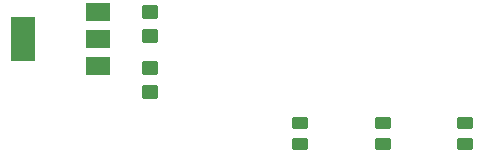
<source format=gbr>
%TF.GenerationSoftware,KiCad,Pcbnew,8.0.7*%
%TF.CreationDate,2025-01-26T18:01:06+01:00*%
%TF.ProjectId,ESP_PZEM004V3,4553505f-505a-4454-9d30-303456332e6b,rev?*%
%TF.SameCoordinates,Original*%
%TF.FileFunction,Paste,Bot*%
%TF.FilePolarity,Positive*%
%FSLAX46Y46*%
G04 Gerber Fmt 4.6, Leading zero omitted, Abs format (unit mm)*
G04 Created by KiCad (PCBNEW 8.0.7) date 2025-01-26 18:01:06*
%MOMM*%
%LPD*%
G01*
G04 APERTURE LIST*
G04 Aperture macros list*
%AMRoundRect*
0 Rectangle with rounded corners*
0 $1 Rounding radius*
0 $2 $3 $4 $5 $6 $7 $8 $9 X,Y pos of 4 corners*
0 Add a 4 corners polygon primitive as box body*
4,1,4,$2,$3,$4,$5,$6,$7,$8,$9,$2,$3,0*
0 Add four circle primitives for the rounded corners*
1,1,$1+$1,$2,$3*
1,1,$1+$1,$4,$5*
1,1,$1+$1,$6,$7*
1,1,$1+$1,$8,$9*
0 Add four rect primitives between the rounded corners*
20,1,$1+$1,$2,$3,$4,$5,0*
20,1,$1+$1,$4,$5,$6,$7,0*
20,1,$1+$1,$6,$7,$8,$9,0*
20,1,$1+$1,$8,$9,$2,$3,0*%
G04 Aperture macros list end*
%ADD10RoundRect,0.250000X0.450000X-0.350000X0.450000X0.350000X-0.450000X0.350000X-0.450000X-0.350000X0*%
%ADD11RoundRect,0.250000X-0.450000X0.350000X-0.450000X-0.350000X0.450000X-0.350000X0.450000X0.350000X0*%
%ADD12R,2.000000X1.500000*%
%ADD13R,2.000000X3.800000*%
%ADD14RoundRect,0.250000X-0.450000X0.262500X-0.450000X-0.262500X0.450000X-0.262500X0.450000X0.262500X0*%
G04 APERTURE END LIST*
D10*
%TO.C,C2*%
X133985000Y-95635000D03*
X133985000Y-93635000D03*
%TD*%
D11*
%TO.C,C1*%
X133985000Y-98350000D03*
X133985000Y-100350000D03*
%TD*%
D12*
%TO.C,U1*%
X129540000Y-93605000D03*
X129540000Y-95905000D03*
D13*
X123240000Y-95905000D03*
D12*
X129540000Y-98205000D03*
%TD*%
D14*
%TO.C,R3*%
X160655000Y-102970000D03*
X160655000Y-104795000D03*
%TD*%
%TO.C,R1*%
X146685000Y-102970000D03*
X146685000Y-104795000D03*
%TD*%
%TO.C,R2*%
X153670000Y-102970000D03*
X153670000Y-104795000D03*
%TD*%
M02*

</source>
